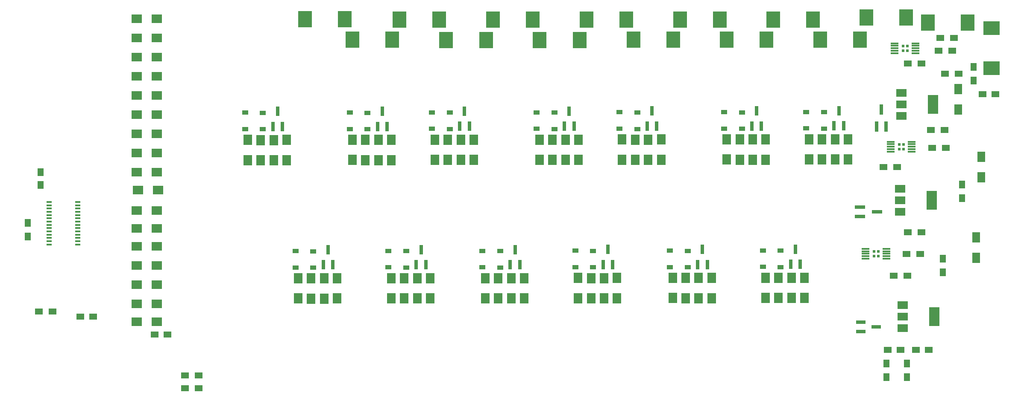
<source format=gbr>
G04 #@! TF.FileFunction,Paste,Top*
%FSLAX46Y46*%
G04 Gerber Fmt 4.6, Leading zero omitted, Abs format (unit mm)*
G04 Created by KiCad (PCBNEW 4.0.4-stable) date 07/11/17 17:44:20*
%MOMM*%
%LPD*%
G01*
G04 APERTURE LIST*
%ADD10C,0.100000*%
%ADD11R,1.500000X1.250000*%
%ADD12R,1.500000X1.300000*%
%ADD13R,2.000000X3.800000*%
%ADD14R,2.000000X1.500000*%
%ADD15R,1.600000X2.000000*%
%ADD16R,1.100000X0.400000*%
%ADD17R,1.700000X2.000000*%
%ADD18R,0.800000X1.900000*%
%ADD19R,1.220000X0.910000*%
%ADD20R,2.700000X3.200000*%
%ADD21R,2.000000X1.700000*%
%ADD22R,1.300000X1.500000*%
%ADD23R,3.200000X2.700000*%
%ADD24R,2.000000X0.650000*%
%ADD25R,0.650000X2.000000*%
%ADD26R,1.900000X0.800000*%
%ADD27R,1.250000X1.500000*%
%ADD28R,1.500000X0.305000*%
%ADD29R,0.504000X0.564000*%
G04 APERTURE END LIST*
D10*
D11*
X30714000Y-76708000D03*
X28214000Y-76708000D03*
D12*
X186262000Y-20320000D03*
X183562000Y-20320000D03*
X180166000Y-22860000D03*
X177466000Y-22860000D03*
D13*
X182474000Y-30988000D03*
D14*
X176174000Y-30988000D03*
X176174000Y-33288000D03*
X176174000Y-28688000D03*
D12*
X184832000Y-24892000D03*
X187532000Y-24892000D03*
D15*
X187452000Y-27972000D03*
X187452000Y-31972000D03*
D12*
X175340000Y-43434000D03*
X172640000Y-43434000D03*
D16*
X7310000Y-50385000D03*
X7310000Y-51035000D03*
X7310000Y-51685000D03*
X7310000Y-52335000D03*
X7310000Y-52985000D03*
X7310000Y-53635000D03*
X7310000Y-54285000D03*
X7310000Y-54935000D03*
X7310000Y-55585000D03*
X7310000Y-56235000D03*
X7310000Y-56885000D03*
X7310000Y-57535000D03*
X7310000Y-58185000D03*
X7310000Y-58835000D03*
X13010000Y-58835000D03*
X13010000Y-58185000D03*
X13010000Y-57535000D03*
X13010000Y-56885000D03*
X13010000Y-56235000D03*
X13010000Y-55585000D03*
X13010000Y-54935000D03*
X13010000Y-54285000D03*
X13010000Y-53635000D03*
X13010000Y-52985000D03*
X13010000Y-52335000D03*
X13010000Y-51685000D03*
X13010000Y-51035000D03*
X13010000Y-50385000D03*
D17*
X157920000Y-37930000D03*
X157920000Y-41930000D03*
D18*
X162875000Y-35250000D03*
X164775000Y-35250000D03*
X163825000Y-32250000D03*
D19*
X160890000Y-35825000D03*
X160890000Y-32555000D03*
D17*
X160475000Y-41950000D03*
X160475000Y-37950000D03*
X163075000Y-37950000D03*
X163075000Y-41950000D03*
D19*
X157370000Y-35775000D03*
X157370000Y-32505000D03*
D17*
X165630000Y-41940000D03*
X165630000Y-37940000D03*
X141620000Y-37960000D03*
X141620000Y-41960000D03*
D19*
X141070000Y-35805000D03*
X141070000Y-32535000D03*
D18*
X146575000Y-35280000D03*
X148475000Y-35280000D03*
X147525000Y-32280000D03*
D19*
X144590000Y-35855000D03*
X144590000Y-32585000D03*
D18*
X125835000Y-35290000D03*
X127735000Y-35290000D03*
X126785000Y-32290000D03*
D19*
X123850000Y-35865000D03*
X123850000Y-32595000D03*
X120330000Y-35815000D03*
X120330000Y-32545000D03*
D17*
X123435000Y-41990000D03*
X123435000Y-37990000D03*
X126035000Y-37990000D03*
X126035000Y-41990000D03*
X120880000Y-37970000D03*
X120880000Y-41970000D03*
X146775000Y-37980000D03*
X146775000Y-41980000D03*
X144175000Y-41980000D03*
X144175000Y-37980000D03*
X128590000Y-41980000D03*
X128590000Y-37980000D03*
X149330000Y-41970000D03*
X149330000Y-37970000D03*
D18*
X154255000Y-62760000D03*
X156155000Y-62760000D03*
X155205000Y-59760000D03*
D19*
X152270000Y-63335000D03*
X152270000Y-60065000D03*
X148750000Y-63285000D03*
X148750000Y-60015000D03*
D17*
X130880000Y-65470000D03*
X130880000Y-69470000D03*
X133435000Y-69490000D03*
X133435000Y-65490000D03*
X136035000Y-65490000D03*
X136035000Y-69490000D03*
X138590000Y-69480000D03*
X138590000Y-65480000D03*
D18*
X135835000Y-62790000D03*
X137735000Y-62790000D03*
X136785000Y-59790000D03*
D19*
X133850000Y-63365000D03*
X133850000Y-60095000D03*
X130330000Y-63315000D03*
X130330000Y-60045000D03*
D17*
X154455000Y-65460000D03*
X154455000Y-69460000D03*
X151855000Y-69460000D03*
X151855000Y-65460000D03*
X149300000Y-65440000D03*
X149300000Y-69440000D03*
X157010000Y-69450000D03*
X157010000Y-65450000D03*
D19*
X103920000Y-35845000D03*
X103920000Y-32575000D03*
D17*
X104470000Y-38000000D03*
X104470000Y-42000000D03*
D18*
X109425000Y-35320000D03*
X111325000Y-35320000D03*
X110375000Y-32320000D03*
D19*
X107440000Y-35895000D03*
X107440000Y-32625000D03*
X83180000Y-35855000D03*
X83180000Y-32585000D03*
D18*
X88685000Y-35330000D03*
X90585000Y-35330000D03*
X89635000Y-32330000D03*
D19*
X86700000Y-35905000D03*
X86700000Y-32635000D03*
X111600000Y-63325000D03*
X111600000Y-60055000D03*
D17*
X119860000Y-69490000D03*
X119860000Y-65490000D03*
D18*
X117105000Y-62800000D03*
X119005000Y-62800000D03*
X118055000Y-59800000D03*
D19*
X115120000Y-63375000D03*
X115120000Y-60105000D03*
D17*
X112150000Y-65480000D03*
X112150000Y-69480000D03*
X114705000Y-69500000D03*
X114705000Y-65500000D03*
X117305000Y-65500000D03*
X117305000Y-69500000D03*
X101440000Y-69520000D03*
X101440000Y-65520000D03*
X98885000Y-65530000D03*
X98885000Y-69530000D03*
X93730000Y-65510000D03*
X93730000Y-69510000D03*
X96285000Y-69530000D03*
X96285000Y-65530000D03*
D19*
X93180000Y-63355000D03*
X93180000Y-60085000D03*
D18*
X98685000Y-62830000D03*
X100585000Y-62830000D03*
X99635000Y-59830000D03*
D19*
X96700000Y-63405000D03*
X96700000Y-60135000D03*
D17*
X112180000Y-42010000D03*
X112180000Y-38010000D03*
X109625000Y-38020000D03*
X109625000Y-42020000D03*
X107025000Y-42020000D03*
X107025000Y-38020000D03*
X83730000Y-38010000D03*
X83730000Y-42010000D03*
X91440000Y-42020000D03*
X91440000Y-38020000D03*
X86285000Y-42030000D03*
X86285000Y-38030000D03*
X88885000Y-38030000D03*
X88885000Y-42030000D03*
D19*
X74560000Y-63365000D03*
X74560000Y-60095000D03*
D18*
X80065000Y-62840000D03*
X81965000Y-62840000D03*
X81015000Y-59840000D03*
D19*
X78080000Y-63415000D03*
X78080000Y-60145000D03*
D17*
X75110000Y-65520000D03*
X75110000Y-69520000D03*
X77665000Y-69540000D03*
X77665000Y-65540000D03*
X80265000Y-65540000D03*
X80265000Y-69540000D03*
X82820000Y-69530000D03*
X82820000Y-65530000D03*
X72585000Y-38060000D03*
X72585000Y-42060000D03*
X67430000Y-38040000D03*
X67430000Y-42040000D03*
X69985000Y-42060000D03*
X69985000Y-38060000D03*
X75140000Y-42050000D03*
X75140000Y-38050000D03*
D18*
X72385000Y-35360000D03*
X74285000Y-35360000D03*
X73335000Y-32360000D03*
D19*
X70400000Y-35935000D03*
X70400000Y-32665000D03*
X66880000Y-35885000D03*
X66880000Y-32615000D03*
D17*
X61845000Y-65570000D03*
X61845000Y-69570000D03*
X56690000Y-65550000D03*
X56690000Y-69550000D03*
X59245000Y-69570000D03*
X59245000Y-65570000D03*
X64400000Y-69560000D03*
X64400000Y-65560000D03*
D18*
X61645000Y-62870000D03*
X63545000Y-62870000D03*
X62595000Y-59870000D03*
D19*
X59660000Y-63445000D03*
X59660000Y-60175000D03*
X56140000Y-63395000D03*
X56140000Y-60125000D03*
X49660000Y-35945000D03*
X49660000Y-32675000D03*
D20*
X58000000Y-14100000D03*
X65900000Y-14100000D03*
X67375000Y-18150000D03*
X75275000Y-18150000D03*
X76700000Y-14125000D03*
X84600000Y-14125000D03*
X85975000Y-18175000D03*
X93875000Y-18175000D03*
X95250000Y-14150000D03*
X103150000Y-14150000D03*
X104525000Y-18175000D03*
X112425000Y-18175000D03*
X113800000Y-14150000D03*
X121700000Y-14150000D03*
X123100000Y-18150000D03*
X131000000Y-18150000D03*
X132325000Y-14125000D03*
X140225000Y-14125000D03*
X141550000Y-18150000D03*
X149450000Y-18150000D03*
X150825000Y-14150000D03*
X158725000Y-14150000D03*
X160100000Y-18150000D03*
X168000000Y-18150000D03*
D18*
X51645000Y-35370000D03*
X53545000Y-35370000D03*
X52595000Y-32370000D03*
D17*
X49245000Y-42070000D03*
X49245000Y-38070000D03*
X51845000Y-38070000D03*
X51845000Y-42070000D03*
X54400000Y-42060000D03*
X54400000Y-38060000D03*
D19*
X46140000Y-35895000D03*
X46140000Y-32625000D03*
D17*
X46690000Y-38050000D03*
X46690000Y-42050000D03*
D21*
X24670000Y-17780000D03*
X28670000Y-17780000D03*
X24670000Y-21590000D03*
X28670000Y-21590000D03*
X24670000Y-25400000D03*
X28670000Y-25400000D03*
X24670000Y-29210000D03*
X28670000Y-29210000D03*
X24670000Y-33020000D03*
X28670000Y-33020000D03*
X24670000Y-36830000D03*
X28670000Y-36830000D03*
X24670000Y-40640000D03*
X28670000Y-40640000D03*
X24670000Y-44450000D03*
X28670000Y-44450000D03*
X28924000Y-48006000D03*
X24924000Y-48006000D03*
X28670000Y-52070000D03*
X24670000Y-52070000D03*
X28670000Y-55626000D03*
X24670000Y-55626000D03*
X28670000Y-59182000D03*
X24670000Y-59182000D03*
X28670000Y-62992000D03*
X24670000Y-62992000D03*
X28670000Y-74168000D03*
X24670000Y-74168000D03*
X28670000Y-66802000D03*
X24670000Y-66802000D03*
X28670000Y-70612000D03*
X24670000Y-70612000D03*
X28670000Y-13970000D03*
X24670000Y-13970000D03*
D15*
X192024000Y-45434000D03*
X192024000Y-41434000D03*
X191008000Y-61436000D03*
X191008000Y-57436000D03*
D13*
X182220000Y-50038000D03*
D14*
X175920000Y-50038000D03*
X175920000Y-52338000D03*
X175920000Y-47738000D03*
D13*
X182728000Y-73152000D03*
D14*
X176428000Y-73152000D03*
X176428000Y-75452000D03*
X176428000Y-70852000D03*
D22*
X188214000Y-49610000D03*
X188214000Y-46910000D03*
X184404000Y-64342000D03*
X184404000Y-61642000D03*
D12*
X177372000Y-65024000D03*
X174672000Y-65024000D03*
X184992000Y-39624000D03*
X182292000Y-39624000D03*
X179912000Y-60706000D03*
X177212000Y-60706000D03*
D23*
X194056000Y-15862000D03*
X194056000Y-23762000D03*
D20*
X181470000Y-14732000D03*
X189370000Y-14732000D03*
X169278000Y-13716000D03*
X177178000Y-13716000D03*
D24*
X167962000Y-51374000D03*
X167962000Y-53274000D03*
X171382000Y-52324000D03*
D25*
X171262000Y-35424000D03*
X173162000Y-35424000D03*
X172212000Y-32004000D03*
D22*
X177292000Y-85170000D03*
X177292000Y-82470000D03*
X190500000Y-23542000D03*
X190500000Y-26242000D03*
X173228000Y-85170000D03*
X173228000Y-82470000D03*
D26*
X168196000Y-74234000D03*
X168196000Y-76134000D03*
X171196000Y-75184000D03*
D11*
X179090000Y-79756000D03*
X181590000Y-79756000D03*
X192298000Y-28956000D03*
X194798000Y-28956000D03*
X173502000Y-79756000D03*
X176002000Y-79756000D03*
D12*
X5254000Y-72136000D03*
X7954000Y-72136000D03*
D11*
X13482000Y-73152000D03*
X15982000Y-73152000D03*
D12*
X184738000Y-36068000D03*
X182038000Y-36068000D03*
X186596000Y-17780000D03*
X183896000Y-17780000D03*
X180166000Y-56388000D03*
X177466000Y-56388000D03*
D27*
X5588000Y-44470000D03*
X5588000Y-46970000D03*
D12*
X36910000Y-87376000D03*
X34210000Y-87376000D03*
X34210000Y-84836000D03*
X36910000Y-84836000D03*
D22*
X3048000Y-57230000D03*
X3048000Y-54530000D03*
D28*
X169091000Y-59668000D03*
D29*
X171616000Y-61138000D03*
X171616000Y-60198000D03*
X170776000Y-61138000D03*
X170776000Y-60198000D03*
D28*
X169091000Y-60168000D03*
X169091000Y-60668000D03*
X169091000Y-61168000D03*
X169091000Y-61668000D03*
X173291000Y-61668000D03*
X173291000Y-61168000D03*
X173291000Y-60668000D03*
X173291000Y-60168000D03*
X173291000Y-59668000D03*
X174083000Y-38408000D03*
D29*
X176608000Y-39878000D03*
X176608000Y-38938000D03*
X175768000Y-39878000D03*
X175768000Y-38938000D03*
D28*
X174083000Y-38908000D03*
X174083000Y-39408000D03*
X174083000Y-39908000D03*
X174083000Y-40408000D03*
X178283000Y-40408000D03*
X178283000Y-39908000D03*
X178283000Y-39408000D03*
X178283000Y-38908000D03*
X178283000Y-38408000D03*
X174845000Y-18850000D03*
D29*
X177370000Y-20320000D03*
X177370000Y-19380000D03*
X176530000Y-20320000D03*
X176530000Y-19380000D03*
D28*
X174845000Y-19350000D03*
X174845000Y-19850000D03*
X174845000Y-20350000D03*
X174845000Y-20850000D03*
X179045000Y-20850000D03*
X179045000Y-20350000D03*
X179045000Y-19850000D03*
X179045000Y-19350000D03*
X179045000Y-18850000D03*
M02*

</source>
